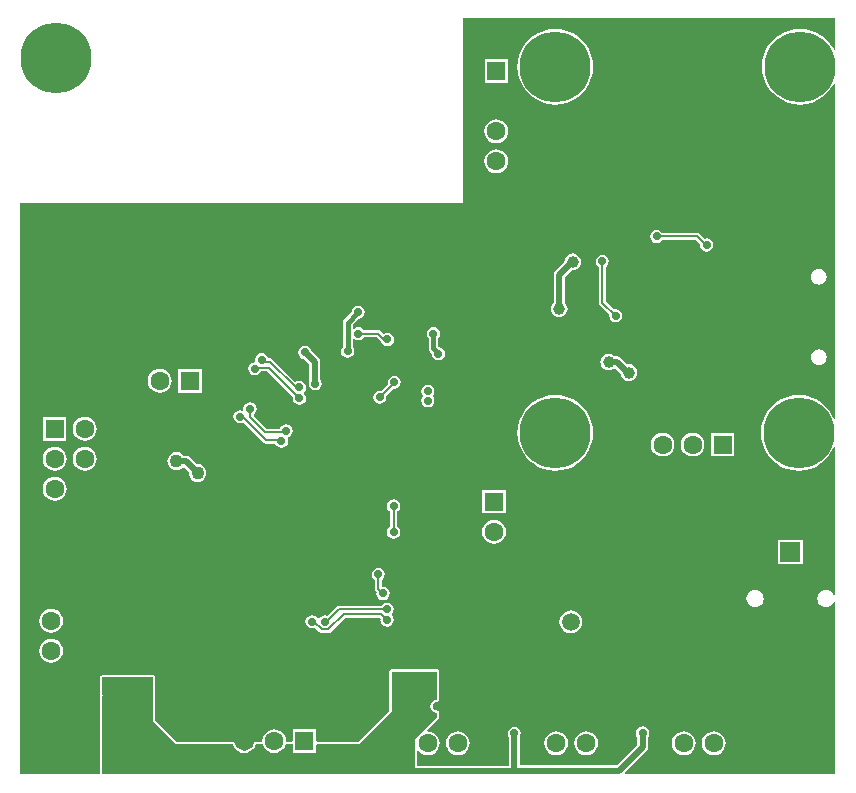
<source format=gbl>
G04*
G04 #@! TF.GenerationSoftware,Altium Limited,Altium Designer,18.1.7 (191)*
G04*
G04 Layer_Physical_Order=2*
G04 Layer_Color=16711680*
%FSAX44Y44*%
%MOMM*%
G71*
G01*
G75*
%ADD13C,0.2000*%
%ADD94C,1.7000*%
%ADD96R,1.7000X1.7000*%
%ADD98C,1.6000*%
%ADD104C,0.5000*%
%ADD105C,0.3000*%
%ADD106C,0.4000*%
%ADD111R,1.6000X1.6000*%
%ADD112R,1.6000X1.6000*%
%ADD113C,6.0000*%
%ADD114C,1.5000*%
%ADD115C,1.0000*%
%ADD116C,0.7000*%
%ADD117C,0.5000*%
%ADD118C,1.1000*%
G36*
X00694941Y00618349D02*
X00693696Y00618101D01*
X00693500Y00618573D01*
X00690869Y00622867D01*
X00687597Y00626697D01*
X00683767Y00629969D01*
X00679473Y00632600D01*
X00674819Y00634528D01*
X00669921Y00635704D01*
X00664900Y00636099D01*
X00659879Y00635704D01*
X00654981Y00634528D01*
X00650327Y00632600D01*
X00646033Y00629969D01*
X00642203Y00626697D01*
X00638931Y00622867D01*
X00636300Y00618573D01*
X00634372Y00613919D01*
X00633196Y00609021D01*
X00632801Y00604000D01*
X00633196Y00598979D01*
X00634372Y00594081D01*
X00636300Y00589427D01*
X00638931Y00585133D01*
X00642203Y00581303D01*
X00646033Y00578031D01*
X00650327Y00575400D01*
X00654981Y00573472D01*
X00659879Y00572296D01*
X00664900Y00571901D01*
X00669921Y00572296D01*
X00674819Y00573472D01*
X00679473Y00575400D01*
X00683767Y00578031D01*
X00687597Y00581303D01*
X00690869Y00585133D01*
X00693500Y00589427D01*
X00693696Y00589899D01*
X00694941Y00589651D01*
X00694941Y00305999D01*
X00693671Y00305746D01*
X00692500Y00308573D01*
X00689869Y00312867D01*
X00686597Y00316697D01*
X00682767Y00319969D01*
X00678473Y00322600D01*
X00673819Y00324528D01*
X00668921Y00325704D01*
X00663900Y00326099D01*
X00658879Y00325704D01*
X00653981Y00324528D01*
X00649327Y00322600D01*
X00645033Y00319969D01*
X00641203Y00316697D01*
X00637931Y00312867D01*
X00635300Y00308573D01*
X00633372Y00303919D01*
X00632196Y00299021D01*
X00631801Y00294000D01*
X00632196Y00288979D01*
X00633372Y00284081D01*
X00635300Y00279427D01*
X00637931Y00275133D01*
X00641203Y00271303D01*
X00645033Y00268031D01*
X00649327Y00265400D01*
X00653981Y00263472D01*
X00658879Y00262296D01*
X00663900Y00261901D01*
X00668921Y00262296D01*
X00673819Y00263472D01*
X00678473Y00265400D01*
X00682767Y00268031D01*
X00686597Y00271303D01*
X00689869Y00275133D01*
X00692500Y00279427D01*
X00693671Y00282254D01*
X00694941Y00282001D01*
X00694941Y00156692D01*
X00693671Y00156439D01*
X00693333Y00157256D01*
X00692171Y00158771D01*
X00690656Y00159933D01*
X00688893Y00160663D01*
X00687000Y00160913D01*
X00685107Y00160663D01*
X00683344Y00159933D01*
X00681829Y00158771D01*
X00680667Y00157256D01*
X00679937Y00155493D01*
X00679687Y00153600D01*
X00679937Y00151707D01*
X00680667Y00149944D01*
X00681829Y00148429D01*
X00683344Y00147267D01*
X00685107Y00146537D01*
X00687000Y00146287D01*
X00688893Y00146537D01*
X00690656Y00147267D01*
X00692171Y00148429D01*
X00693333Y00149944D01*
X00693671Y00150761D01*
X00694941Y00150508D01*
Y00005059D01*
X00517207D01*
X00516721Y00006232D01*
X00534994Y00024506D01*
X00535989Y00025994D01*
X00536338Y00027750D01*
Y00036717D01*
X00536931Y00037604D01*
X00537358Y00039750D01*
X00536931Y00041896D01*
X00535715Y00043715D01*
X00533896Y00044931D01*
X00531750Y00045358D01*
X00529604Y00044931D01*
X00527785Y00043715D01*
X00526569Y00041896D01*
X00526142Y00039750D01*
X00526569Y00037604D01*
X00527162Y00036717D01*
Y00029650D01*
X00509850Y00012338D01*
X00427838D01*
Y00036467D01*
X00428431Y00037354D01*
X00428858Y00039500D01*
X00428431Y00041646D01*
X00427215Y00043465D01*
X00425396Y00044681D01*
X00423250Y00045108D01*
X00421104Y00044681D01*
X00419285Y00043465D01*
X00418069Y00041646D01*
X00417642Y00039500D01*
X00418069Y00037354D01*
X00418662Y00036467D01*
Y00012088D01*
X00341039D01*
X00341039Y00024165D01*
X00342309Y00024596D01*
X00342868Y00023868D01*
X00344957Y00022265D01*
X00347389Y00021257D01*
X00350000Y00020914D01*
X00352611Y00021257D01*
X00355043Y00022265D01*
X00357132Y00023868D01*
X00358735Y00025957D01*
X00359743Y00028389D01*
X00360086Y00031000D01*
X00359743Y00033610D01*
X00358735Y00036043D01*
X00357132Y00038132D01*
X00355043Y00039735D01*
X00352611Y00040743D01*
X00350235Y00041055D01*
X00349570Y00042186D01*
X00359192Y00051808D01*
X00359634Y00052470D01*
X00359789Y00053250D01*
Y00056687D01*
X00359769Y00056786D01*
X00359779Y00056887D01*
X00359692Y00057174D01*
X00359634Y00057467D01*
X00359578Y00057552D01*
X00359548Y00057648D01*
X00359358Y00057880D01*
X00359192Y00058129D01*
X00359108Y00058185D01*
X00359044Y00058263D01*
X00358794Y00058469D01*
X00358704Y00058516D01*
X00358633Y00058588D01*
X00358356Y00058702D01*
X00358092Y00058844D01*
X00357991Y00058854D01*
X00357898Y00058892D01*
X00356150Y00059240D01*
X00355005Y00060005D01*
X00354240Y00061150D01*
X00353971Y00062500D01*
X00354240Y00063850D01*
X00355005Y00064995D01*
X00356150Y00065760D01*
X00357898Y00066108D01*
X00357991Y00066146D01*
X00358092Y00066156D01*
X00358356Y00066298D01*
X00358633Y00066412D01*
X00358704Y00066484D01*
X00358793Y00066531D01*
X00359044Y00066736D01*
X00359108Y00066815D01*
X00359192Y00066871D01*
X00359358Y00067120D01*
X00359548Y00067351D01*
X00359578Y00067448D01*
X00359634Y00067533D01*
X00359692Y00067826D01*
X00359779Y00068113D01*
X00359769Y00068214D01*
X00359789Y00068313D01*
X00359789Y00091750D01*
X00359634Y00092530D01*
X00359192Y00093192D01*
X00358530Y00093634D01*
X00357750Y00093789D01*
X00319250D01*
X00318470Y00093634D01*
X00317808Y00093192D01*
X00317366Y00092530D01*
X00317211Y00091750D01*
Y00058595D01*
X00291155Y00032539D01*
X00256298Y00032545D01*
X00256298Y00032545D01*
X00255415Y00033606D01*
X00255400Y00033661D01*
Y00043000D01*
X00235400D01*
Y00033447D01*
X00234502Y00032549D01*
X00230481Y00032549D01*
X00230086Y00033000D01*
X00229743Y00035610D01*
X00228735Y00038043D01*
X00227132Y00040132D01*
X00225043Y00041735D01*
X00222610Y00042743D01*
X00220000Y00043086D01*
X00217390Y00042743D01*
X00214957Y00041735D01*
X00212868Y00040132D01*
X00211265Y00038043D01*
X00210257Y00035610D01*
X00209914Y00033000D01*
X00209521Y00032553D01*
X00204359Y00032554D01*
X00204097Y00032501D01*
X00203831Y00032484D01*
X00203711Y00032425D01*
X00203579Y00032398D01*
X00203357Y00032250D01*
X00203118Y00032132D01*
X00203029Y00032031D01*
X00202917Y00031957D01*
X00202769Y00031734D01*
X00202593Y00031534D01*
X00202550Y00031407D01*
X00202475Y00031295D01*
X00202442Y00031131D01*
X00201554Y00028985D01*
X00200278Y00027322D01*
X00198615Y00026046D01*
X00196678Y00025244D01*
X00194600Y00024971D01*
X00192522Y00025244D01*
X00190585Y00026046D01*
X00188922Y00027322D01*
X00187646Y00028985D01*
X00186758Y00031130D01*
X00186725Y00031298D01*
X00186650Y00031410D01*
X00186607Y00031537D01*
X00186431Y00031738D01*
X00186283Y00031959D01*
X00186171Y00032034D01*
X00186082Y00032135D01*
X00185843Y00032253D01*
X00185621Y00032401D01*
X00185489Y00032428D01*
X00185368Y00032487D01*
X00185102Y00032505D01*
X00184841Y00032557D01*
X00137845Y00032564D01*
X00119312Y00051097D01*
X00119289Y00059967D01*
X00119249Y00060161D01*
Y00060359D01*
X00119221Y00060500D01*
X00119247Y00060627D01*
Y00060830D01*
X00119286Y00061030D01*
X00119261Y00070356D01*
X00119222Y00070550D01*
Y00070748D01*
X00119220Y00070759D01*
Y00070944D01*
X00119259Y00071144D01*
X00119216Y00087005D01*
X00119138Y00087395D01*
X00119061Y00087780D01*
X00119060Y00087783D01*
X00119059Y00087785D01*
X00118839Y00088113D01*
X00118619Y00088442D01*
X00118617Y00088443D01*
X00118615Y00088446D01*
X00118287Y00088664D01*
X00117958Y00088884D01*
X00117955Y00088884D01*
X00117953Y00088886D01*
X00117562Y00088963D01*
X00117177Y00089039D01*
X00074500D01*
X00073720Y00088884D01*
X00073058Y00088442D01*
X00072616Y00087780D01*
X00072461Y00087000D01*
Y00072542D01*
X00072500Y00072345D01*
Y00072144D01*
X00072529Y00072000D01*
X00072500Y00071856D01*
Y00071656D01*
X00072461Y00071459D01*
Y00061042D01*
X00072500Y00060845D01*
Y00060644D01*
X00072529Y00060500D01*
X00072500Y00060356D01*
Y00060156D01*
X00072461Y00059959D01*
Y00005059D01*
X00005059D01*
X00005059Y00488500D01*
X00379750Y00488500D01*
X00379750Y00644941D01*
X00694941D01*
Y00618349D01*
D02*
G37*
G36*
X00357750Y00068313D02*
X00357500Y00068108D01*
X00355354Y00067681D01*
X00353535Y00066465D01*
X00352319Y00064646D01*
X00351892Y00062500D01*
X00352319Y00060354D01*
X00353535Y00058535D01*
X00355354Y00057319D01*
X00357500Y00056892D01*
X00357750Y00056687D01*
Y00053250D01*
X00339000Y00034500D01*
X00339000Y00005059D01*
X00074500D01*
Y00059959D01*
X00074608Y00060500D01*
X00074500Y00061042D01*
Y00071459D01*
X00074608Y00072000D01*
X00074500Y00072542D01*
Y00087000D01*
X00117177D01*
X00117220Y00071139D01*
X00117142Y00070750D01*
X00117222Y00070350D01*
X00117247Y00061024D01*
X00117142Y00060500D01*
X00117249Y00059961D01*
X00117275Y00050250D01*
X00137000Y00030525D01*
X00184841Y00030517D01*
X00184857Y00030389D01*
X00185865Y00027957D01*
X00187468Y00025868D01*
X00189557Y00024265D01*
X00191989Y00023257D01*
X00194600Y00022914D01*
X00197211Y00023257D01*
X00199643Y00024265D01*
X00201732Y00025868D01*
X00203335Y00027957D01*
X00204343Y00030389D01*
X00204359Y00030514D01*
X00210241Y00030513D01*
X00210257Y00030389D01*
X00211265Y00027957D01*
X00212868Y00025868D01*
X00214957Y00024265D01*
X00217390Y00023257D01*
X00220000Y00022914D01*
X00222610Y00023257D01*
X00225043Y00024265D01*
X00227132Y00025868D01*
X00228735Y00027957D01*
X00229743Y00030389D01*
X00229758Y00030510D01*
X00235400Y00030509D01*
Y00023000D01*
X00255400D01*
Y00029608D01*
X00256298Y00030506D01*
X00292000Y00030500D01*
X00319250Y00057750D01*
Y00091750D01*
X00357750D01*
X00357750Y00068313D01*
D02*
G37*
%LPC*%
G36*
X00418000Y00610100D02*
X00398000D01*
Y00590100D01*
X00418000D01*
Y00610100D01*
D02*
G37*
G36*
X00457900Y00636099D02*
X00452879Y00635704D01*
X00447981Y00634528D01*
X00443327Y00632600D01*
X00439033Y00629969D01*
X00435203Y00626697D01*
X00431931Y00622867D01*
X00429300Y00618573D01*
X00427372Y00613919D01*
X00426196Y00609021D01*
X00425801Y00604000D01*
X00426196Y00598979D01*
X00427372Y00594081D01*
X00429300Y00589427D01*
X00431931Y00585133D01*
X00435203Y00581303D01*
X00439033Y00578031D01*
X00443327Y00575400D01*
X00447981Y00573472D01*
X00452879Y00572296D01*
X00457900Y00571901D01*
X00462921Y00572296D01*
X00467819Y00573472D01*
X00472473Y00575400D01*
X00476767Y00578031D01*
X00480597Y00581303D01*
X00483869Y00585133D01*
X00486500Y00589427D01*
X00488428Y00594081D01*
X00489604Y00598979D01*
X00489999Y00604000D01*
X00489604Y00609021D01*
X00488428Y00613919D01*
X00486500Y00618573D01*
X00483869Y00622867D01*
X00480597Y00626697D01*
X00476767Y00629969D01*
X00472473Y00632600D01*
X00467819Y00634528D01*
X00462921Y00635704D01*
X00457900Y00636099D01*
D02*
G37*
G36*
X00408000Y00559386D02*
X00405390Y00559043D01*
X00402957Y00558035D01*
X00400868Y00556432D01*
X00399265Y00554343D01*
X00398257Y00551911D01*
X00397914Y00549300D01*
X00398257Y00546689D01*
X00399265Y00544257D01*
X00400868Y00542168D01*
X00402957Y00540565D01*
X00405390Y00539557D01*
X00408000Y00539214D01*
X00410611Y00539557D01*
X00413043Y00540565D01*
X00415132Y00542168D01*
X00416735Y00544257D01*
X00417743Y00546689D01*
X00418086Y00549300D01*
X00417743Y00551911D01*
X00416735Y00554343D01*
X00415132Y00556432D01*
X00413043Y00558035D01*
X00410611Y00559043D01*
X00408000Y00559386D01*
D02*
G37*
G36*
Y00533986D02*
X00405390Y00533643D01*
X00402957Y00532635D01*
X00400868Y00531032D01*
X00399265Y00528943D01*
X00398257Y00526511D01*
X00397914Y00523900D01*
X00398257Y00521289D01*
X00399265Y00518857D01*
X00400868Y00516768D01*
X00402957Y00515165D01*
X00405390Y00514157D01*
X00408000Y00513814D01*
X00410611Y00514157D01*
X00413043Y00515165D01*
X00415132Y00516768D01*
X00416735Y00518857D01*
X00417743Y00521289D01*
X00418086Y00523900D01*
X00417743Y00526511D01*
X00416735Y00528943D01*
X00415132Y00531032D01*
X00413043Y00532635D01*
X00410611Y00533643D01*
X00408000Y00533986D01*
D02*
G37*
G36*
X00543750Y00465858D02*
X00541604Y00465431D01*
X00539785Y00464215D01*
X00538569Y00462396D01*
X00538142Y00460250D01*
X00538569Y00458104D01*
X00539785Y00456285D01*
X00541604Y00455069D01*
X00543750Y00454642D01*
X00545896Y00455069D01*
X00547715Y00456285D01*
X00548321Y00457191D01*
X00576983D01*
X00580522Y00453652D01*
X00580392Y00453000D01*
X00580819Y00450854D01*
X00582035Y00449035D01*
X00583854Y00447819D01*
X00586000Y00447392D01*
X00588146Y00447819D01*
X00589965Y00449035D01*
X00591181Y00450854D01*
X00591608Y00453000D01*
X00591181Y00455146D01*
X00589965Y00456965D01*
X00588146Y00458181D01*
X00586000Y00458608D01*
X00584514Y00458312D01*
X00580413Y00462413D01*
X00579421Y00463076D01*
X00578250Y00463309D01*
X00578250Y00463309D01*
X00548321D01*
X00547715Y00464215D01*
X00545896Y00465431D01*
X00543750Y00465858D01*
D02*
G37*
G36*
X00472523Y00445832D02*
X00470696Y00445591D01*
X00468993Y00444886D01*
X00467531Y00443764D01*
X00466409Y00442302D01*
X00465703Y00440599D01*
X00465463Y00438771D01*
X00465500Y00438489D01*
X00458006Y00430994D01*
X00457011Y00429506D01*
X00456662Y00427750D01*
Y00404053D01*
X00456258Y00403742D01*
X00455135Y00402280D01*
X00454430Y00400577D01*
X00454190Y00398750D01*
X00454430Y00396923D01*
X00455135Y00395220D01*
X00456258Y00393758D01*
X00457720Y00392635D01*
X00459423Y00391930D01*
X00461250Y00391690D01*
X00463077Y00391930D01*
X00464780Y00392635D01*
X00466242Y00393758D01*
X00467365Y00395220D01*
X00468070Y00396923D01*
X00468310Y00398750D01*
X00468070Y00400577D01*
X00467365Y00402280D01*
X00466242Y00403742D01*
X00465838Y00404053D01*
Y00425849D01*
X00471795Y00431807D01*
X00472523Y00431711D01*
X00474350Y00431952D01*
X00476053Y00432657D01*
X00477515Y00433779D01*
X00478638Y00435241D01*
X00479343Y00436944D01*
X00479583Y00438771D01*
X00479343Y00440599D01*
X00478638Y00442302D01*
X00477515Y00443764D01*
X00476053Y00444886D01*
X00474350Y00445591D01*
X00472523Y00445832D01*
D02*
G37*
G36*
X00681000Y00432556D02*
X00679303Y00432333D01*
X00677722Y00431678D01*
X00676364Y00430636D01*
X00675322Y00429278D01*
X00674667Y00427697D01*
X00674444Y00426000D01*
X00674667Y00424303D01*
X00675322Y00422722D01*
X00676364Y00421364D01*
X00677722Y00420322D01*
X00679303Y00419667D01*
X00681000Y00419444D01*
X00682697Y00419667D01*
X00684278Y00420322D01*
X00685636Y00421364D01*
X00686678Y00422722D01*
X00687333Y00424303D01*
X00687556Y00426000D01*
X00687333Y00427697D01*
X00686678Y00429278D01*
X00685636Y00430636D01*
X00684278Y00431678D01*
X00682697Y00432333D01*
X00681000Y00432556D01*
D02*
G37*
G36*
X00497750Y00444608D02*
X00495604Y00444181D01*
X00493785Y00442965D01*
X00492569Y00441146D01*
X00492142Y00439000D01*
X00492569Y00436854D01*
X00493785Y00435035D01*
X00494691Y00434429D01*
Y00404000D01*
X00494691Y00404000D01*
X00494924Y00402829D01*
X00495587Y00401837D01*
X00503563Y00393861D01*
X00503392Y00393000D01*
X00503819Y00390854D01*
X00505035Y00389035D01*
X00506854Y00387819D01*
X00509000Y00387392D01*
X00511146Y00387819D01*
X00512965Y00389035D01*
X00514181Y00390854D01*
X00514608Y00393000D01*
X00514181Y00395146D01*
X00512965Y00396965D01*
X00511146Y00398181D01*
X00509000Y00398608D01*
X00507722Y00398354D01*
X00500809Y00405267D01*
Y00434429D01*
X00501715Y00435035D01*
X00502931Y00436854D01*
X00503358Y00439000D01*
X00502931Y00441146D01*
X00501715Y00442965D01*
X00499896Y00444181D01*
X00497750Y00444608D01*
D02*
G37*
G36*
X00291000Y00401608D02*
X00288854Y00401181D01*
X00287035Y00399965D01*
X00285819Y00398146D01*
X00285432Y00396200D01*
X00279366Y00390134D01*
X00278482Y00388811D01*
X00278172Y00387250D01*
X00278172Y00387250D01*
Y00367057D01*
X00278035Y00366965D01*
X00276819Y00365146D01*
X00276392Y00363000D01*
X00276819Y00360854D01*
X00278035Y00359035D01*
X00279854Y00357819D01*
X00282000Y00357392D01*
X00284146Y00357819D01*
X00285965Y00359035D01*
X00287181Y00360854D01*
X00287608Y00363000D01*
X00287181Y00365146D01*
X00286328Y00366422D01*
Y00373354D01*
X00287598Y00373825D01*
X00289104Y00372819D01*
X00291250Y00372392D01*
X00293396Y00372819D01*
X00295215Y00374035D01*
X00295821Y00374941D01*
X00306733D01*
X00310507Y00371167D01*
X00310569Y00370854D01*
X00311785Y00369035D01*
X00313604Y00367819D01*
X00315750Y00367392D01*
X00317896Y00367819D01*
X00319715Y00369035D01*
X00320931Y00370854D01*
X00321358Y00373000D01*
X00320931Y00375146D01*
X00319715Y00376965D01*
X00317896Y00378181D01*
X00315750Y00378608D01*
X00313604Y00378181D01*
X00312729Y00377596D01*
X00310163Y00380163D01*
X00309171Y00380826D01*
X00308000Y00381059D01*
X00308000Y00381059D01*
X00295821D01*
X00295215Y00381965D01*
X00293396Y00383181D01*
X00291250Y00383608D01*
X00289104Y00383181D01*
X00287598Y00382175D01*
X00286328Y00382646D01*
Y00385561D01*
X00291200Y00390432D01*
X00293146Y00390819D01*
X00294965Y00392035D01*
X00296181Y00393854D01*
X00296608Y00396000D01*
X00296181Y00398146D01*
X00294965Y00399965D01*
X00293146Y00401181D01*
X00291000Y00401608D01*
D02*
G37*
G36*
X00354750Y00383608D02*
X00352604Y00383181D01*
X00350785Y00381965D01*
X00349569Y00380146D01*
X00349142Y00378000D01*
X00349569Y00375854D01*
X00350672Y00374204D01*
Y00365535D01*
X00350672Y00365535D01*
X00350982Y00363974D01*
X00351866Y00362651D01*
X00352046Y00362471D01*
X00352116Y00362366D01*
X00352116Y00362366D01*
X00353407Y00361075D01*
X00353392Y00361000D01*
X00353819Y00358854D01*
X00355035Y00357035D01*
X00356854Y00355819D01*
X00359000Y00355392D01*
X00361146Y00355819D01*
X00362965Y00357035D01*
X00364181Y00358854D01*
X00364608Y00361000D01*
X00364181Y00363146D01*
X00362965Y00364965D01*
X00361146Y00366181D01*
X00359512Y00366506D01*
X00358828Y00367189D01*
Y00374204D01*
X00359931Y00375854D01*
X00360358Y00378000D01*
X00359931Y00380146D01*
X00358715Y00381965D01*
X00356896Y00383181D01*
X00354750Y00383608D01*
D02*
G37*
G36*
X00681000Y00364556D02*
X00679303Y00364333D01*
X00677722Y00363678D01*
X00676364Y00362636D01*
X00675322Y00361278D01*
X00674667Y00359697D01*
X00674444Y00358000D01*
X00674667Y00356303D01*
X00675322Y00354722D01*
X00676364Y00353364D01*
X00677722Y00352322D01*
X00679303Y00351667D01*
X00681000Y00351444D01*
X00682697Y00351667D01*
X00684278Y00352322D01*
X00685636Y00353364D01*
X00686678Y00354722D01*
X00687333Y00356303D01*
X00687556Y00358000D01*
X00687333Y00359697D01*
X00686678Y00361278D01*
X00685636Y00362636D01*
X00684278Y00363678D01*
X00682697Y00364333D01*
X00681000Y00364556D01*
D02*
G37*
G36*
X00503000Y00361060D02*
X00501173Y00360820D01*
X00499470Y00360115D01*
X00498008Y00358992D01*
X00496885Y00357530D01*
X00496180Y00355827D01*
X00495940Y00354000D01*
X00496180Y00352173D01*
X00496885Y00350470D01*
X00498008Y00349008D01*
X00499470Y00347886D01*
X00501173Y00347180D01*
X00503000Y00346940D01*
X00504827Y00347180D01*
X00506530Y00347886D01*
X00507992Y00349008D01*
X00508472Y00349039D01*
X00513004Y00344507D01*
X00513180Y00343173D01*
X00513885Y00341470D01*
X00515008Y00340008D01*
X00516470Y00338885D01*
X00518173Y00338180D01*
X00520000Y00337940D01*
X00521827Y00338180D01*
X00523530Y00338885D01*
X00524992Y00340008D01*
X00526115Y00341470D01*
X00526820Y00343173D01*
X00527060Y00345000D01*
X00526820Y00346827D01*
X00526115Y00348530D01*
X00524992Y00349992D01*
X00523530Y00351115D01*
X00521827Y00351820D01*
X00520000Y00352060D01*
X00518611Y00351878D01*
X00513244Y00357244D01*
X00511756Y00358239D01*
X00510000Y00358588D01*
X00508303D01*
X00507993Y00358992D01*
X00506530Y00360115D01*
X00504827Y00360820D01*
X00503000Y00361060D01*
D02*
G37*
G36*
X00321500Y00342358D02*
X00319354Y00341931D01*
X00317535Y00340715D01*
X00316319Y00338896D01*
X00315892Y00336750D01*
X00316188Y00335264D01*
X00310319Y00329395D01*
X00309250Y00329608D01*
X00307104Y00329181D01*
X00305285Y00327965D01*
X00304069Y00326146D01*
X00303642Y00324000D01*
X00304069Y00321854D01*
X00305285Y00320035D01*
X00307104Y00318819D01*
X00309250Y00318392D01*
X00311396Y00318819D01*
X00313215Y00320035D01*
X00314431Y00321854D01*
X00314858Y00324000D01*
X00314645Y00325069D01*
X00320848Y00331272D01*
X00321500Y00331142D01*
X00323646Y00331569D01*
X00325465Y00332785D01*
X00326681Y00334604D01*
X00327108Y00336750D01*
X00326681Y00338896D01*
X00325465Y00340715D01*
X00323646Y00341931D01*
X00321500Y00342358D01*
D02*
G37*
G36*
X00246000Y00367608D02*
X00243854Y00367181D01*
X00242035Y00365965D01*
X00240819Y00364146D01*
X00240392Y00362000D01*
X00240819Y00359854D01*
X00242035Y00358035D01*
X00243854Y00356819D01*
X00244900Y00356611D01*
X00249662Y00351850D01*
Y00337785D01*
X00249569Y00337646D01*
X00249142Y00335500D01*
X00249569Y00333354D01*
X00250785Y00331535D01*
X00252604Y00330319D01*
X00254750Y00329892D01*
X00256896Y00330319D01*
X00258715Y00331535D01*
X00259931Y00333354D01*
X00260358Y00335500D01*
X00259931Y00337646D01*
X00258838Y00339281D01*
Y00353750D01*
X00258489Y00355506D01*
X00257494Y00356994D01*
X00251389Y00363100D01*
X00251181Y00364146D01*
X00249965Y00365965D01*
X00248146Y00367181D01*
X00246000Y00367608D01*
D02*
G37*
G36*
X00158400Y00348000D02*
X00138400D01*
Y00328000D01*
X00158400D01*
Y00348000D01*
D02*
G37*
G36*
X00123000Y00348086D02*
X00120389Y00347743D01*
X00117957Y00346735D01*
X00115868Y00345132D01*
X00114265Y00343043D01*
X00113257Y00340611D01*
X00112914Y00338000D01*
X00113257Y00335390D01*
X00114265Y00332957D01*
X00115868Y00330868D01*
X00117957Y00329265D01*
X00120389Y00328257D01*
X00123000Y00327914D01*
X00125611Y00328257D01*
X00128043Y00329265D01*
X00130132Y00330868D01*
X00131735Y00332957D01*
X00132743Y00335390D01*
X00133086Y00338000D01*
X00132743Y00340611D01*
X00131735Y00343043D01*
X00130132Y00345132D01*
X00128043Y00346735D01*
X00125611Y00347743D01*
X00123000Y00348086D01*
D02*
G37*
G36*
X00209260Y00361625D02*
X00207114Y00361198D01*
X00205295Y00359983D01*
X00204079Y00358163D01*
X00203652Y00356017D01*
X00203838Y00355085D01*
X00203500Y00353858D01*
X00201354Y00353431D01*
X00199535Y00352215D01*
X00198319Y00350396D01*
X00197892Y00348250D01*
X00198319Y00346104D01*
X00199535Y00344285D01*
X00201354Y00343069D01*
X00203500Y00342642D01*
X00205646Y00343069D01*
X00207465Y00344285D01*
X00208681Y00346104D01*
X00208698Y00346191D01*
X00213983D01*
X00235862Y00324312D01*
X00235654Y00323266D01*
X00236081Y00321120D01*
X00237297Y00319300D01*
X00239116Y00318085D01*
X00241262Y00317658D01*
X00243408Y00318085D01*
X00245227Y00319300D01*
X00246443Y00321120D01*
X00246870Y00323266D01*
X00246443Y00325412D01*
X00245327Y00327082D01*
X00245196Y00327573D01*
Y00328175D01*
X00245322Y00328695D01*
X00246431Y00330354D01*
X00246858Y00332500D01*
X00246431Y00334646D01*
X00245215Y00336465D01*
X00243396Y00337681D01*
X00241250Y00338108D01*
X00239104Y00337681D01*
X00237930Y00336896D01*
X00218413Y00356413D01*
X00217421Y00357076D01*
X00216250Y00357309D01*
X00216250Y00357309D01*
X00214611D01*
X00214441Y00358163D01*
X00213225Y00359983D01*
X00211406Y00361198D01*
X00209260Y00361625D01*
D02*
G37*
G36*
X00350000Y00334608D02*
X00347854Y00334181D01*
X00346035Y00332965D01*
X00344819Y00331146D01*
X00344392Y00329000D01*
X00344819Y00326854D01*
X00346035Y00325035D01*
Y00324965D01*
X00344819Y00323146D01*
X00344392Y00321000D01*
X00344819Y00318854D01*
X00346035Y00317035D01*
X00347854Y00315819D01*
X00350000Y00315392D01*
X00352146Y00315819D01*
X00353965Y00317035D01*
X00355181Y00318854D01*
X00355608Y00321000D01*
X00355181Y00323146D01*
X00353965Y00324965D01*
Y00325035D01*
X00355181Y00326854D01*
X00355608Y00329000D01*
X00355181Y00331146D01*
X00353965Y00332965D01*
X00352146Y00334181D01*
X00350000Y00334608D01*
D02*
G37*
G36*
X00199500Y00319858D02*
X00197354Y00319431D01*
X00195535Y00318215D01*
X00194319Y00316396D01*
X00193892Y00314250D01*
X00194011Y00313651D01*
X00193667Y00313267D01*
X00192896Y00312747D01*
X00191009Y00313123D01*
X00188863Y00312696D01*
X00187044Y00311480D01*
X00185828Y00309661D01*
X00185402Y00307515D01*
X00185828Y00305369D01*
X00187044Y00303550D01*
X00188863Y00302334D01*
X00191009Y00301907D01*
X00193155Y00302334D01*
X00193866Y00302809D01*
X00211087Y00285587D01*
X00212080Y00284924D01*
X00213250Y00284691D01*
X00213250Y00284691D01*
X00220948D01*
X00222046Y00283049D01*
X00223865Y00281833D01*
X00226011Y00281406D01*
X00228157Y00281833D01*
X00229976Y00283049D01*
X00231192Y00284868D01*
X00231619Y00287014D01*
X00231204Y00289099D01*
X00231174Y00289475D01*
X00231587Y00290470D01*
X00232157Y00290584D01*
X00233976Y00291799D01*
X00235192Y00293618D01*
X00235619Y00295764D01*
X00235192Y00297910D01*
X00233976Y00299730D01*
X00232157Y00300945D01*
X00230011Y00301372D01*
X00227865Y00300945D01*
X00226046Y00299730D01*
X00224830Y00297910D01*
X00224711Y00297309D01*
X00213674D01*
X00202559Y00308424D01*
Y00309679D01*
X00203465Y00310285D01*
X00204681Y00312104D01*
X00205108Y00314250D01*
X00204681Y00316396D01*
X00203465Y00318215D01*
X00201646Y00319431D01*
X00199500Y00319858D01*
D02*
G37*
G36*
X00044003Y00307402D02*
X00024003D01*
Y00287402D01*
X00044003D01*
Y00307402D01*
D02*
G37*
G36*
X00059403Y00307488D02*
X00056792Y00307144D01*
X00054360Y00306136D01*
X00052271Y00304534D01*
X00050668Y00302445D01*
X00049661Y00300012D01*
X00049317Y00297402D01*
X00049661Y00294791D01*
X00050668Y00292358D01*
X00052271Y00290269D01*
X00054360Y00288667D01*
X00056792Y00287659D01*
X00059403Y00287315D01*
X00062014Y00287659D01*
X00064446Y00288667D01*
X00066535Y00290269D01*
X00068138Y00292358D01*
X00069146Y00294791D01*
X00069489Y00297402D01*
X00069146Y00300012D01*
X00068138Y00302445D01*
X00066535Y00304534D01*
X00064446Y00306136D01*
X00062014Y00307144D01*
X00059403Y00307488D01*
D02*
G37*
G36*
X00609500Y00294000D02*
X00589500D01*
Y00274000D01*
X00609500D01*
Y00294000D01*
D02*
G37*
G36*
X00574100Y00294086D02*
X00571489Y00293743D01*
X00569057Y00292735D01*
X00566968Y00291132D01*
X00565365Y00289043D01*
X00564357Y00286611D01*
X00564014Y00284000D01*
X00564357Y00281390D01*
X00565365Y00278957D01*
X00566968Y00276868D01*
X00569057Y00275265D01*
X00571489Y00274257D01*
X00574100Y00273914D01*
X00576711Y00274257D01*
X00579143Y00275265D01*
X00581232Y00276868D01*
X00582835Y00278957D01*
X00583843Y00281390D01*
X00584186Y00284000D01*
X00583843Y00286611D01*
X00582835Y00289043D01*
X00581232Y00291132D01*
X00579143Y00292735D01*
X00576711Y00293743D01*
X00574100Y00294086D01*
D02*
G37*
G36*
X00548700D02*
X00546090Y00293743D01*
X00543657Y00292735D01*
X00541568Y00291132D01*
X00539965Y00289043D01*
X00538957Y00286611D01*
X00538614Y00284000D01*
X00538957Y00281390D01*
X00539965Y00278957D01*
X00541568Y00276868D01*
X00543657Y00275265D01*
X00546090Y00274257D01*
X00548700Y00273914D01*
X00551311Y00274257D01*
X00553743Y00275265D01*
X00555832Y00276868D01*
X00557435Y00278957D01*
X00558443Y00281390D01*
X00558786Y00284000D01*
X00558443Y00286611D01*
X00557435Y00289043D01*
X00555832Y00291132D01*
X00553743Y00292735D01*
X00551311Y00293743D01*
X00548700Y00294086D01*
D02*
G37*
G36*
X00059403Y00282088D02*
X00056792Y00281744D01*
X00054360Y00280737D01*
X00052271Y00279134D01*
X00050668Y00277045D01*
X00049661Y00274612D01*
X00049317Y00272001D01*
X00049661Y00269391D01*
X00050668Y00266958D01*
X00052271Y00264869D01*
X00054360Y00263267D01*
X00056792Y00262259D01*
X00059403Y00261915D01*
X00062014Y00262259D01*
X00064446Y00263267D01*
X00066535Y00264869D01*
X00068138Y00266958D01*
X00069146Y00269391D01*
X00069489Y00272001D01*
X00069146Y00274612D01*
X00068138Y00277045D01*
X00066535Y00279134D01*
X00064446Y00280737D01*
X00062014Y00281744D01*
X00059403Y00282088D01*
D02*
G37*
G36*
X00034003D02*
X00031393Y00281744D01*
X00028960Y00280737D01*
X00026871Y00279134D01*
X00025268Y00277045D01*
X00024260Y00274612D01*
X00023917Y00272001D01*
X00024260Y00269391D01*
X00025268Y00266958D01*
X00026871Y00264869D01*
X00028960Y00263267D01*
X00031393Y00262259D01*
X00034003Y00261915D01*
X00036614Y00262259D01*
X00039046Y00263267D01*
X00041135Y00264869D01*
X00042738Y00266958D01*
X00043746Y00269391D01*
X00044089Y00272001D01*
X00043746Y00274612D01*
X00042738Y00277045D01*
X00041135Y00279134D01*
X00039046Y00280737D01*
X00036614Y00281744D01*
X00034003Y00282088D01*
D02*
G37*
G36*
X00457900Y00326099D02*
X00452879Y00325704D01*
X00447981Y00324528D01*
X00443327Y00322600D01*
X00439033Y00319969D01*
X00435203Y00316697D01*
X00431931Y00312867D01*
X00429300Y00308573D01*
X00427372Y00303919D01*
X00426196Y00299021D01*
X00425801Y00294000D01*
X00426196Y00288979D01*
X00427372Y00284081D01*
X00429300Y00279427D01*
X00431931Y00275133D01*
X00435203Y00271303D01*
X00439033Y00268031D01*
X00443327Y00265400D01*
X00447981Y00263472D01*
X00452879Y00262296D01*
X00457900Y00261901D01*
X00462921Y00262296D01*
X00467819Y00263472D01*
X00472473Y00265400D01*
X00476767Y00268031D01*
X00480597Y00271303D01*
X00483869Y00275133D01*
X00486500Y00279427D01*
X00488428Y00284081D01*
X00489604Y00288979D01*
X00489999Y00294000D01*
X00489604Y00299021D01*
X00488428Y00303919D01*
X00486500Y00308573D01*
X00483869Y00312867D01*
X00480597Y00316697D01*
X00476767Y00319969D01*
X00472473Y00322600D01*
X00467819Y00324528D01*
X00462921Y00325704D01*
X00457900Y00326099D01*
D02*
G37*
G36*
X00137000Y00277565D02*
X00135042Y00277307D01*
X00133218Y00276551D01*
X00131651Y00275349D01*
X00130449Y00273782D01*
X00129693Y00271958D01*
X00129435Y00270000D01*
X00129693Y00268042D01*
X00130449Y00266218D01*
X00131651Y00264651D01*
X00133218Y00263449D01*
X00135042Y00262693D01*
X00137000Y00262435D01*
X00138958Y00262693D01*
X00140782Y00263449D01*
X00142349Y00264651D01*
X00143911Y00264600D01*
X00147561Y00260951D01*
X00147435Y00260000D01*
X00147693Y00258042D01*
X00148449Y00256218D01*
X00149651Y00254651D01*
X00151218Y00253449D01*
X00153042Y00252693D01*
X00155000Y00252435D01*
X00156958Y00252693D01*
X00158782Y00253449D01*
X00160349Y00254651D01*
X00161551Y00256218D01*
X00162307Y00258042D01*
X00162565Y00260000D01*
X00162307Y00261958D01*
X00161551Y00263782D01*
X00160349Y00265349D01*
X00158782Y00266551D01*
X00156958Y00267307D01*
X00155000Y00267565D01*
X00154049Y00267439D01*
X00148244Y00273244D01*
X00146756Y00274239D01*
X00145000Y00274588D01*
X00142933D01*
X00142349Y00275349D01*
X00140782Y00276551D01*
X00138958Y00277307D01*
X00137000Y00277565D01*
D02*
G37*
G36*
X00034003Y00256688D02*
X00031393Y00256344D01*
X00028960Y00255336D01*
X00026871Y00253734D01*
X00025268Y00251645D01*
X00024260Y00249212D01*
X00023917Y00246602D01*
X00024260Y00243991D01*
X00025268Y00241558D01*
X00026871Y00239469D01*
X00028960Y00237867D01*
X00031393Y00236859D01*
X00034003Y00236515D01*
X00036614Y00236859D01*
X00039046Y00237867D01*
X00041135Y00239469D01*
X00042738Y00241558D01*
X00043746Y00243991D01*
X00044089Y00246602D01*
X00043746Y00249212D01*
X00042738Y00251645D01*
X00041135Y00253734D01*
X00039046Y00255336D01*
X00036614Y00256344D01*
X00034003Y00256688D01*
D02*
G37*
G36*
X00416000Y00245700D02*
X00396000D01*
Y00225700D01*
X00416000D01*
Y00245700D01*
D02*
G37*
G36*
X00321000Y00237608D02*
X00318854Y00237181D01*
X00317035Y00235965D01*
X00315819Y00234146D01*
X00315392Y00232000D01*
X00315819Y00229854D01*
X00317035Y00228035D01*
X00317941Y00227429D01*
Y00214571D01*
X00317035Y00213965D01*
X00315819Y00212146D01*
X00315392Y00210000D01*
X00315819Y00207854D01*
X00317035Y00206035D01*
X00318854Y00204819D01*
X00321000Y00204392D01*
X00323146Y00204819D01*
X00324965Y00206035D01*
X00326181Y00207854D01*
X00326608Y00210000D01*
X00326181Y00212146D01*
X00324965Y00213965D01*
X00324059Y00214571D01*
Y00227429D01*
X00324965Y00228035D01*
X00326181Y00229854D01*
X00326608Y00232000D01*
X00326181Y00234146D01*
X00324965Y00235965D01*
X00323146Y00237181D01*
X00321000Y00237608D01*
D02*
G37*
G36*
X00406000Y00220386D02*
X00403390Y00220043D01*
X00400957Y00219035D01*
X00398868Y00217432D01*
X00397265Y00215343D01*
X00396257Y00212910D01*
X00395914Y00210300D01*
X00396257Y00207689D01*
X00397265Y00205257D01*
X00398868Y00203168D01*
X00400957Y00201565D01*
X00403390Y00200557D01*
X00406000Y00200214D01*
X00408610Y00200557D01*
X00411043Y00201565D01*
X00413132Y00203168D01*
X00414735Y00205257D01*
X00415743Y00207689D01*
X00416086Y00210300D01*
X00415743Y00212910D01*
X00414735Y00215343D01*
X00413132Y00217432D01*
X00411043Y00219035D01*
X00408610Y00220043D01*
X00406000Y00220386D01*
D02*
G37*
G36*
X00667500Y00203500D02*
X00646500D01*
Y00182500D01*
X00667500D01*
Y00203500D01*
D02*
G37*
G36*
X00308000Y00179608D02*
X00305854Y00179181D01*
X00304035Y00177965D01*
X00302819Y00176146D01*
X00302392Y00174000D01*
X00302819Y00171854D01*
X00304035Y00170035D01*
X00304941Y00169429D01*
Y00162000D01*
X00304941Y00162000D01*
X00305174Y00160830D01*
X00305837Y00159837D01*
X00306604Y00159070D01*
X00306392Y00158000D01*
X00306819Y00155854D01*
X00308034Y00154034D01*
X00309853Y00152819D01*
X00311999Y00152392D01*
X00314145Y00152819D01*
X00315965Y00154034D01*
X00317180Y00155854D01*
X00317607Y00158000D01*
X00317180Y00160146D01*
X00315965Y00161965D01*
X00314145Y00163181D01*
X00311999Y00163607D01*
X00311059Y00164379D01*
Y00169429D01*
X00311965Y00170035D01*
X00313181Y00171854D01*
X00313608Y00174000D01*
X00313181Y00176146D01*
X00311965Y00177965D01*
X00310146Y00179181D01*
X00308000Y00179608D01*
D02*
G37*
G36*
X00315515Y00150115D02*
X00313369Y00149688D01*
X00311550Y00148472D01*
X00310944Y00147566D01*
X00274507D01*
X00274507Y00147566D01*
X00273337Y00147333D01*
X00272344Y00146670D01*
X00264903Y00139229D01*
X00263000Y00139608D01*
X00260854Y00139181D01*
X00259035Y00137965D01*
X00258249Y00136789D01*
X00256751Y00136789D01*
X00255965Y00137965D01*
X00254146Y00139181D01*
X00251999Y00139607D01*
X00249853Y00139181D01*
X00248034Y00137965D01*
X00246819Y00136146D01*
X00246392Y00134000D01*
X00246819Y00131854D01*
X00248034Y00130035D01*
X00249853Y00128819D01*
X00251999Y00128392D01*
X00254146Y00128819D01*
X00254456Y00129026D01*
X00258145Y00125337D01*
X00259137Y00124674D01*
X00260308Y00124441D01*
X00265692D01*
X00265692Y00124441D01*
X00266863Y00124674D01*
X00267855Y00125337D01*
X00279966Y00137448D01*
X00309056D01*
X00310077Y00136427D01*
X00309892Y00135500D01*
X00310319Y00133354D01*
X00311535Y00131535D01*
X00313354Y00130319D01*
X00315500Y00129892D01*
X00317646Y00130319D01*
X00319465Y00131535D01*
X00320681Y00133354D01*
X00321108Y00135500D01*
X00320681Y00137646D01*
X00319542Y00139350D01*
X00319481Y00140542D01*
X00320696Y00142361D01*
X00321123Y00144507D01*
X00320696Y00146653D01*
X00319481Y00148472D01*
X00317661Y00149688D01*
X00315515Y00150115D01*
D02*
G37*
G36*
X00627000Y00160913D02*
X00625107Y00160663D01*
X00623344Y00159933D01*
X00621829Y00158771D01*
X00620667Y00157256D01*
X00619937Y00155493D01*
X00619687Y00153600D01*
X00619937Y00151707D01*
X00620667Y00149944D01*
X00621829Y00148429D01*
X00623344Y00147267D01*
X00625107Y00146537D01*
X00627000Y00146287D01*
X00628893Y00146537D01*
X00630656Y00147267D01*
X00632171Y00148429D01*
X00633333Y00149944D01*
X00634063Y00151707D01*
X00634313Y00153600D01*
X00634063Y00155493D01*
X00633333Y00157256D01*
X00632171Y00158771D01*
X00630656Y00159933D01*
X00628893Y00160663D01*
X00627000Y00160913D01*
D02*
G37*
G36*
X00031000Y00144886D02*
X00028389Y00144543D01*
X00025957Y00143535D01*
X00023868Y00141932D01*
X00022265Y00139843D01*
X00021257Y00137410D01*
X00020914Y00134800D01*
X00021257Y00132190D01*
X00022265Y00129757D01*
X00023868Y00127668D01*
X00025957Y00126065D01*
X00028389Y00125057D01*
X00031000Y00124714D01*
X00033610Y00125057D01*
X00036043Y00126065D01*
X00038132Y00127668D01*
X00039735Y00129757D01*
X00040743Y00132190D01*
X00041086Y00134800D01*
X00040743Y00137410D01*
X00039735Y00139843D01*
X00038132Y00141932D01*
X00036043Y00143535D01*
X00033610Y00144543D01*
X00031000Y00144886D01*
D02*
G37*
G36*
X00471000Y00143582D02*
X00468520Y00143256D01*
X00466209Y00142298D01*
X00464225Y00140775D01*
X00462702Y00138791D01*
X00461744Y00136480D01*
X00461418Y00134000D01*
X00461744Y00131520D01*
X00462702Y00129209D01*
X00464225Y00127225D01*
X00466209Y00125702D01*
X00468520Y00124745D01*
X00471000Y00124418D01*
X00473480Y00124745D01*
X00475791Y00125702D01*
X00477775Y00127225D01*
X00479298Y00129209D01*
X00480256Y00131520D01*
X00480582Y00134000D01*
X00480256Y00136480D01*
X00479298Y00138791D01*
X00477775Y00140775D01*
X00475791Y00142298D01*
X00473480Y00143256D01*
X00471000Y00143582D01*
D02*
G37*
G36*
X00031000Y00119486D02*
X00028389Y00119143D01*
X00025957Y00118135D01*
X00023868Y00116532D01*
X00022265Y00114443D01*
X00021257Y00112010D01*
X00020914Y00109400D01*
X00021257Y00106790D01*
X00022265Y00104357D01*
X00023868Y00102268D01*
X00025957Y00100665D01*
X00028389Y00099657D01*
X00031000Y00099314D01*
X00033610Y00099657D01*
X00036043Y00100665D01*
X00038132Y00102268D01*
X00039735Y00104357D01*
X00040743Y00106790D01*
X00041086Y00109400D01*
X00040743Y00112010D01*
X00039735Y00114443D01*
X00038132Y00116532D01*
X00036043Y00118135D01*
X00033610Y00119143D01*
X00031000Y00119486D01*
D02*
G37*
G36*
X00592000Y00041086D02*
X00589389Y00040743D01*
X00586957Y00039735D01*
X00584868Y00038132D01*
X00583265Y00036043D01*
X00582257Y00033610D01*
X00581914Y00031000D01*
X00582257Y00028389D01*
X00583265Y00025957D01*
X00584868Y00023868D01*
X00586957Y00022265D01*
X00589389Y00021257D01*
X00592000Y00020914D01*
X00594610Y00021257D01*
X00597043Y00022265D01*
X00599132Y00023868D01*
X00600735Y00025957D01*
X00601743Y00028389D01*
X00602086Y00031000D01*
X00601743Y00033610D01*
X00600735Y00036043D01*
X00599132Y00038132D01*
X00597043Y00039735D01*
X00594610Y00040743D01*
X00592000Y00041086D01*
D02*
G37*
G36*
X00566600D02*
X00563989Y00040743D01*
X00561557Y00039735D01*
X00559468Y00038132D01*
X00557865Y00036043D01*
X00556857Y00033610D01*
X00556514Y00031000D01*
X00556857Y00028389D01*
X00557865Y00025957D01*
X00559468Y00023868D01*
X00561557Y00022265D01*
X00563989Y00021257D01*
X00566600Y00020914D01*
X00569211Y00021257D01*
X00571643Y00022265D01*
X00573732Y00023868D01*
X00575335Y00025957D01*
X00576343Y00028389D01*
X00576686Y00031000D01*
X00576343Y00033610D01*
X00575335Y00036043D01*
X00573732Y00038132D01*
X00571643Y00039735D01*
X00569211Y00040743D01*
X00566600Y00041086D01*
D02*
G37*
G36*
X00484000D02*
X00481390Y00040743D01*
X00478957Y00039735D01*
X00476868Y00038132D01*
X00475265Y00036043D01*
X00474257Y00033610D01*
X00473914Y00031000D01*
X00474257Y00028389D01*
X00475265Y00025957D01*
X00476868Y00023868D01*
X00478957Y00022265D01*
X00481390Y00021257D01*
X00484000Y00020914D01*
X00486610Y00021257D01*
X00489043Y00022265D01*
X00491132Y00023868D01*
X00492735Y00025957D01*
X00493743Y00028389D01*
X00494086Y00031000D01*
X00493743Y00033610D01*
X00492735Y00036043D01*
X00491132Y00038132D01*
X00489043Y00039735D01*
X00486610Y00040743D01*
X00484000Y00041086D01*
D02*
G37*
G36*
X00458600D02*
X00455989Y00040743D01*
X00453557Y00039735D01*
X00451468Y00038132D01*
X00449865Y00036043D01*
X00448857Y00033610D01*
X00448514Y00031000D01*
X00448857Y00028389D01*
X00449865Y00025957D01*
X00451468Y00023868D01*
X00453557Y00022265D01*
X00455989Y00021257D01*
X00458600Y00020914D01*
X00461211Y00021257D01*
X00463643Y00022265D01*
X00465732Y00023868D01*
X00467335Y00025957D01*
X00468343Y00028389D01*
X00468686Y00031000D01*
X00468343Y00033610D01*
X00467335Y00036043D01*
X00465732Y00038132D01*
X00463643Y00039735D01*
X00461211Y00040743D01*
X00458600Y00041086D01*
D02*
G37*
G36*
X00375400D02*
X00372789Y00040743D01*
X00370357Y00039735D01*
X00368268Y00038132D01*
X00366665Y00036043D01*
X00365657Y00033610D01*
X00365314Y00031000D01*
X00365657Y00028389D01*
X00366665Y00025957D01*
X00368268Y00023868D01*
X00370357Y00022265D01*
X00372789Y00021257D01*
X00375400Y00020914D01*
X00378010Y00021257D01*
X00380443Y00022265D01*
X00382532Y00023868D01*
X00384135Y00025957D01*
X00385143Y00028389D01*
X00385486Y00031000D01*
X00385143Y00033610D01*
X00384135Y00036043D01*
X00382532Y00038132D01*
X00380443Y00039735D01*
X00378010Y00040743D01*
X00375400Y00041086D01*
D02*
G37*
%LPD*%
D13*
X00578250Y00460250D02*
X00585750Y00452750D01*
X00309250Y00324000D02*
X00321500Y00336250D01*
Y00336750D01*
X00497750Y00404000D02*
X00509000Y00392750D01*
X00497750Y00404000D02*
Y00439000D01*
X00585750Y00453000D02*
X00586000D01*
X00543750Y00460250D02*
X00578250D01*
X00308000Y00378000D02*
X00314750Y00371250D01*
X00203500Y00348250D02*
X00204500Y00349250D01*
X00215250D01*
X00241000Y00323500D01*
X00216250Y00354250D02*
X00238000Y00332500D01*
X00211028Y00354250D02*
X00216250D01*
X00209260Y00356017D02*
X00211028Y00354250D01*
X00238000Y00332500D02*
X00241250D01*
X00228250Y00294250D02*
X00229750Y00295750D01*
X00212407Y00294250D02*
X00228250D01*
X00291250Y00378000D02*
X00308000D01*
X00190422Y00308078D02*
X00191000Y00308657D01*
X00190422Y00308078D02*
X00190997Y00307503D01*
X00193497D01*
X00226011Y00287014D02*
Y00287489D01*
X00225750Y00287750D02*
X00226011Y00287489D01*
X00263000Y00133000D02*
X00274507Y00144507D01*
X00265692Y00127500D02*
X00278699Y00140507D01*
X00310323D01*
X00315330Y00135500D01*
X00315500D01*
X00274507Y00144507D02*
X00315515D01*
X00358692Y00361308D02*
X00358817Y00361433D01*
X00315750Y00372250D02*
Y00373000D01*
X00314750Y00371250D02*
X00315750Y00372250D01*
X00358817Y00361433D02*
X00359000Y00361615D01*
Y00361250D02*
Y00361615D01*
X00199500Y00307157D02*
X00212407Y00294250D01*
X00199500Y00307157D02*
Y00314250D01*
X00193497Y00307503D02*
X00213250Y00287750D01*
X00191009Y00307515D02*
Y00308647D01*
X00191000Y00308657D02*
X00191009Y00308647D01*
X00213250Y00287750D02*
X00225750D01*
X00321000Y00210000D02*
Y00232000D01*
X00251999Y00134000D02*
X00253808D01*
X00260308Y00127500D01*
X00265692D01*
X00308000Y00162000D02*
X00312000Y00158000D01*
X00308000Y00162000D02*
Y00174000D01*
X00309000D01*
D94*
X00657000Y00163000D02*
D03*
D96*
Y00193000D02*
D03*
D98*
X00408000Y00523900D02*
D03*
Y00549300D02*
D03*
Y00574700D02*
D03*
X00406000Y00210300D02*
D03*
X00031000Y00134800D02*
D03*
Y00109400D02*
D03*
X00566600Y00031000D02*
D03*
X00592000D02*
D03*
X00458600D02*
D03*
X00484000D02*
D03*
X00350000D02*
D03*
X00375400D02*
D03*
X00574100Y00284000D02*
D03*
X00548700D02*
D03*
X00523300D02*
D03*
X00220000Y00033000D02*
D03*
X00194600D02*
D03*
X00059403Y00297402D02*
D03*
Y00272001D02*
D03*
Y00246602D02*
D03*
X00034003D02*
D03*
Y00272001D02*
D03*
X00097600Y00338000D02*
D03*
X00123000D02*
D03*
D104*
X00470977Y00437477D02*
X00473023D01*
X00510000Y00354000D02*
X00520000Y00344000D01*
X00461250Y00427750D02*
X00470977Y00437477D01*
X00461250Y00398750D02*
Y00427750D01*
X00531750Y00027750D02*
Y00039750D01*
X00511750Y00007750D02*
X00531750Y00027750D01*
X00423500Y00007750D02*
X00511750D01*
X00423250Y00009000D02*
Y00039500D01*
X00421750Y00007500D02*
X00423250Y00009000D01*
X00421750Y00007500D02*
X00423500Y00007750D01*
X00335500Y00007500D02*
X00421750D01*
X00246000Y00362000D02*
X00254250Y00353750D01*
Y00336250D02*
Y00353750D01*
Y00336250D02*
X00254500Y00336000D01*
X00503000Y00354000D02*
X00510000D01*
X00145000Y00270000D02*
X00155000Y00260000D01*
X00137000Y00270000D02*
X00145000D01*
D105*
X00472523Y00438771D02*
X00473273D01*
X00473500Y00438998D01*
X00473023Y00438521D02*
X00473500Y00438998D01*
X00473023Y00437477D02*
Y00438521D01*
D106*
X00354750Y00365535D02*
Y00378000D01*
Y00365535D02*
X00355017Y00365267D01*
X00359000Y00361250D02*
X00359250Y00361000D01*
X00289500Y00396000D02*
X00290250Y00395250D01*
X00282250Y00363000D02*
Y00387250D01*
X00355000Y00365250D02*
X00355017Y00365267D01*
X00358817Y00361433D02*
X00359000Y00361250D01*
X00355000Y00365250D02*
X00358817Y00361433D01*
X00282250Y00387250D02*
X00290250Y00395250D01*
X00289500Y00396000D02*
X00291000D01*
D111*
X00408000Y00600100D02*
D03*
X00406000Y00235700D02*
D03*
X00031000Y00084000D02*
D03*
X00034003Y00297402D02*
D03*
D112*
X00617400Y00031000D02*
D03*
X00509400D02*
D03*
X00400800D02*
D03*
X00599500Y00284000D02*
D03*
X00245400Y00033000D02*
D03*
X00148400Y00338000D02*
D03*
D113*
X00457900Y00604000D02*
D03*
X00664900D02*
D03*
X00663900Y00294000D02*
D03*
X00457900D02*
D03*
X00035232Y00611000D02*
D03*
X00665000Y00035000D02*
D03*
X00035000D02*
D03*
D114*
X00471000Y00134000D02*
D03*
X00436000D02*
D03*
D115*
X00472523Y00438771D02*
D03*
X00461250Y00398750D02*
D03*
X00520000Y00345000D02*
D03*
X00503000Y00354000D02*
D03*
D116*
X00439250Y00383250D02*
D03*
X00486250Y00340500D02*
D03*
X00396500Y00511250D02*
D03*
X00387750Y00503250D02*
D03*
X00396500Y00536500D02*
D03*
X00387250Y00531500D02*
D03*
X00294692Y00328750D02*
D03*
X00325250Y00162500D02*
D03*
X00156500Y00046500D02*
D03*
X00098000Y00132902D02*
D03*
X00276250Y00044830D02*
D03*
X00277000Y00081000D02*
D03*
X00475303Y00471750D02*
D03*
X00509000Y00450000D02*
D03*
X00309250Y00324000D02*
D03*
X00321500Y00336750D02*
D03*
X00232750Y00101500D02*
D03*
X00234250Y00076000D02*
D03*
X00223750Y00069250D02*
D03*
X00209500Y00071750D02*
D03*
X00208750Y00084250D02*
D03*
X00164500Y00036500D02*
D03*
X00357500Y00062500D02*
D03*
X00627000Y00071500D02*
D03*
X00639750Y00087250D02*
D03*
X00627250Y00101750D02*
D03*
X00615000Y00082000D02*
D03*
Y00092750D02*
D03*
X00534250Y00067000D02*
D03*
X00520500Y00061000D02*
D03*
X00508000Y00067250D02*
D03*
X00462500Y00066250D02*
D03*
X00437250Y00060000D02*
D03*
X00426250Y00067500D02*
D03*
X00413250Y00060500D02*
D03*
X00401500Y00068000D02*
D03*
X00069000Y00060500D02*
D03*
X00122750D02*
D03*
Y00070750D02*
D03*
X00069000Y00072000D02*
D03*
X00064500Y00080750D02*
D03*
X00070000Y00157500D02*
D03*
X00061750Y00149000D02*
D03*
X00458500Y00436500D02*
D03*
X00531750Y00039750D02*
D03*
X00423250Y00039500D02*
D03*
X00111250Y00081500D02*
D03*
X00102000Y00081250D02*
D03*
X00092500D02*
D03*
X00082500D02*
D03*
X00352000Y00077000D02*
D03*
Y00086000D02*
D03*
X00179750Y00076000D02*
D03*
X00338250Y00050250D02*
D03*
X00343000Y00077000D02*
D03*
Y00086000D02*
D03*
X00334000Y00077000D02*
D03*
Y00086000D02*
D03*
X00325000Y00077000D02*
D03*
Y00086000D02*
D03*
X00203500Y00348250D02*
D03*
X00254750Y00335500D02*
D03*
X00241262Y00323266D02*
D03*
X00241250Y00332500D02*
D03*
X00209260Y00356017D02*
D03*
X00291250Y00378000D02*
D03*
X00282000Y00363000D02*
D03*
X00230011Y00295764D02*
D03*
X00226011Y00287014D02*
D03*
X00198750Y00292000D02*
D03*
X00491250Y00461125D02*
D03*
X00506500Y00487000D02*
D03*
X00497750Y00439000D02*
D03*
X00588750Y00505000D02*
D03*
X00581250Y00511000D02*
D03*
X00513250Y00186250D02*
D03*
Y00192500D02*
D03*
X00246000Y00362000D02*
D03*
X00241000Y00305500D02*
D03*
X00491000Y00417750D02*
D03*
X00481000Y00418000D02*
D03*
X00521250Y00638000D02*
D03*
X00511500D02*
D03*
X00582500Y00638250D02*
D03*
X00592250Y00638000D02*
D03*
X00264000Y00401750D02*
D03*
X00446250Y00539250D02*
D03*
X00431750Y00544750D02*
D03*
X00424250Y00553750D02*
D03*
X00538250Y00598750D02*
D03*
X00525750Y00586000D02*
D03*
X00537500Y00571000D02*
D03*
X00608500Y00506250D02*
D03*
X00588000Y00550750D02*
D03*
X00600250Y00564500D02*
D03*
X00612000Y00549500D02*
D03*
X00593000Y00530250D02*
D03*
X00597000Y00485250D02*
D03*
X00613250Y00466000D02*
D03*
X00599250Y00451250D02*
D03*
X00598000Y00320250D02*
D03*
X00593250Y00340000D02*
D03*
X00590000Y00309500D02*
D03*
X00553250Y00309000D02*
D03*
X00546500Y00316250D02*
D03*
X00525750Y00308500D02*
D03*
X00534250Y00444000D02*
D03*
X00523000D02*
D03*
X00509750Y00435250D02*
D03*
X00494250Y00486000D02*
D03*
X00449000Y00434000D02*
D03*
X00439750Y00426250D02*
D03*
X00233500Y00454500D02*
D03*
X00259750Y00434250D02*
D03*
X00288250Y00452000D02*
D03*
X00261000Y00473000D02*
D03*
X00434500Y00210250D02*
D03*
X00041500Y00344500D02*
D03*
X00395250Y00131250D02*
D03*
X00385500Y00145250D02*
D03*
X00372250Y00202500D02*
D03*
X00501000Y00206500D02*
D03*
X00482750Y00227500D02*
D03*
X00495000Y00218000D02*
D03*
X00507750Y00232000D02*
D03*
X00462000Y00206500D02*
D03*
X00548000Y00153500D02*
D03*
X00548250Y00143250D02*
D03*
X00524750Y00162000D02*
D03*
X00523500Y00148750D02*
D03*
X00601250Y00152250D02*
D03*
X00613250Y00152000D02*
D03*
X00594000Y00164500D02*
D03*
X00599500Y00109250D02*
D03*
X00599000Y00120250D02*
D03*
X00586000Y00132250D02*
D03*
X00575000Y00132500D02*
D03*
X00087000Y00156500D02*
D03*
X00133500Y00311500D02*
D03*
X00133250Y00320250D02*
D03*
X00111750Y00452000D02*
D03*
X00602750Y00331250D02*
D03*
X00468000Y00176500D02*
D03*
X00327250Y00122250D02*
D03*
X00315515Y00144507D02*
D03*
X00315500Y00135500D02*
D03*
X00311999Y00158000D02*
D03*
X00354750Y00378000D02*
D03*
X00373500Y00352500D02*
D03*
X00315750Y00373000D02*
D03*
X00291000Y00396000D02*
D03*
X00199500Y00314250D02*
D03*
X00191009Y00307515D02*
D03*
X00321000Y00232000D02*
D03*
Y00210000D02*
D03*
X00264000Y00357000D02*
D03*
X00251999Y00134000D02*
D03*
X00280000Y00105750D02*
D03*
X00263000Y00134000D02*
D03*
X00146750Y00076500D02*
D03*
X00133250Y00120750D02*
D03*
X00361000Y00212000D02*
D03*
X00509000Y00393000D02*
D03*
X00656000Y00417000D02*
D03*
X00645000D02*
D03*
X00543750Y00460250D02*
D03*
X00586000Y00453000D02*
D03*
X00322250Y00187500D02*
D03*
X00308000Y00174000D02*
D03*
X00418999Y00433999D02*
D03*
X00367000Y00297000D02*
D03*
X00359000Y00361000D02*
D03*
X00350000Y00321000D02*
D03*
Y00329000D02*
D03*
X00368500Y00269500D02*
D03*
X00316000Y00354000D02*
D03*
X00410000Y00434000D02*
D03*
X00400000D02*
D03*
X00382000Y00424000D02*
D03*
X00373000D02*
D03*
X00357000Y00413000D02*
D03*
X00348000D02*
D03*
X00339000D02*
D03*
X00337000Y00351000D02*
D03*
X00345000Y00361000D02*
D03*
X00385000Y00309000D02*
D03*
X00367000Y00308000D02*
D03*
X00388000Y00241000D02*
D03*
X00367000Y00237000D02*
D03*
X00336000Y00257000D02*
D03*
X00335000Y00280000D02*
D03*
X00333000Y00272000D02*
D03*
X00285000Y00288000D02*
D03*
Y00297000D02*
D03*
X00257000Y00412000D02*
D03*
X00125000Y00359000D02*
D03*
X00128250Y00481750D02*
D03*
X00042000Y00313000D02*
D03*
X00080000Y00279000D02*
D03*
X00072000Y00286000D02*
D03*
X00112000Y00242000D02*
D03*
X00122000Y00249000D02*
D03*
X00043000Y00231000D02*
D03*
X00051000Y00226000D02*
D03*
X00117000Y00199000D02*
D03*
X00077000Y00187000D02*
D03*
X00076750Y00177250D02*
D03*
X00077500Y00166250D02*
D03*
X00112500Y00169000D02*
D03*
X00097750Y00147000D02*
D03*
X00246500Y00102750D02*
D03*
D117*
X00258500Y00387500D02*
D03*
Y00376500D02*
D03*
X00269500D02*
D03*
Y00387500D02*
D03*
D118*
X00137000Y00270000D02*
D03*
X00155000Y00260000D02*
D03*
M02*

</source>
